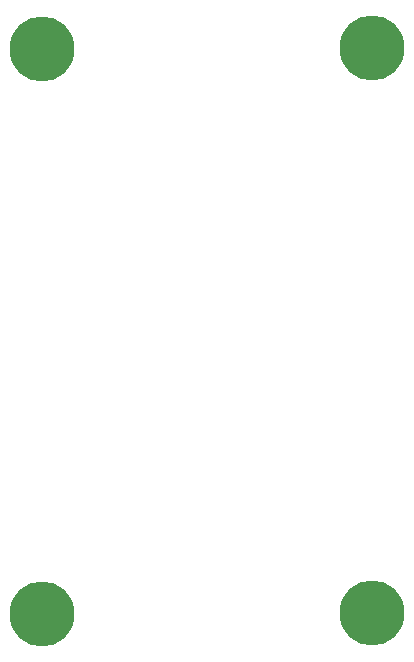
<source format=gbr>
%TF.GenerationSoftware,KiCad,Pcbnew,8.0.7*%
%TF.CreationDate,2025-01-15T11:33:58+05:30*%
%TF.ProjectId,STHDAQ_B1,53544844-4151-45f4-9231-2e6b69636164,rev?*%
%TF.SameCoordinates,Original*%
%TF.FileFunction,Soldermask,Bot*%
%TF.FilePolarity,Negative*%
%FSLAX46Y46*%
G04 Gerber Fmt 4.6, Leading zero omitted, Abs format (unit mm)*
G04 Created by KiCad (PCBNEW 8.0.7) date 2025-01-15 11:33:58*
%MOMM*%
%LPD*%
G01*
G04 APERTURE LIST*
%ADD10C,3.600000*%
%ADD11C,5.500000*%
G04 APERTURE END LIST*
D10*
%TO.C,H1*%
X168930000Y-54605000D03*
D11*
X168930000Y-54605000D03*
%TD*%
D10*
%TO.C,H2*%
X141030000Y-54705000D03*
D11*
X141030000Y-54705000D03*
%TD*%
D10*
%TO.C,H4*%
X168930000Y-102405000D03*
D11*
X168930000Y-102405000D03*
%TD*%
D10*
%TO.C,H3*%
X141030000Y-102505000D03*
D11*
X141030000Y-102505000D03*
%TD*%
M02*

</source>
